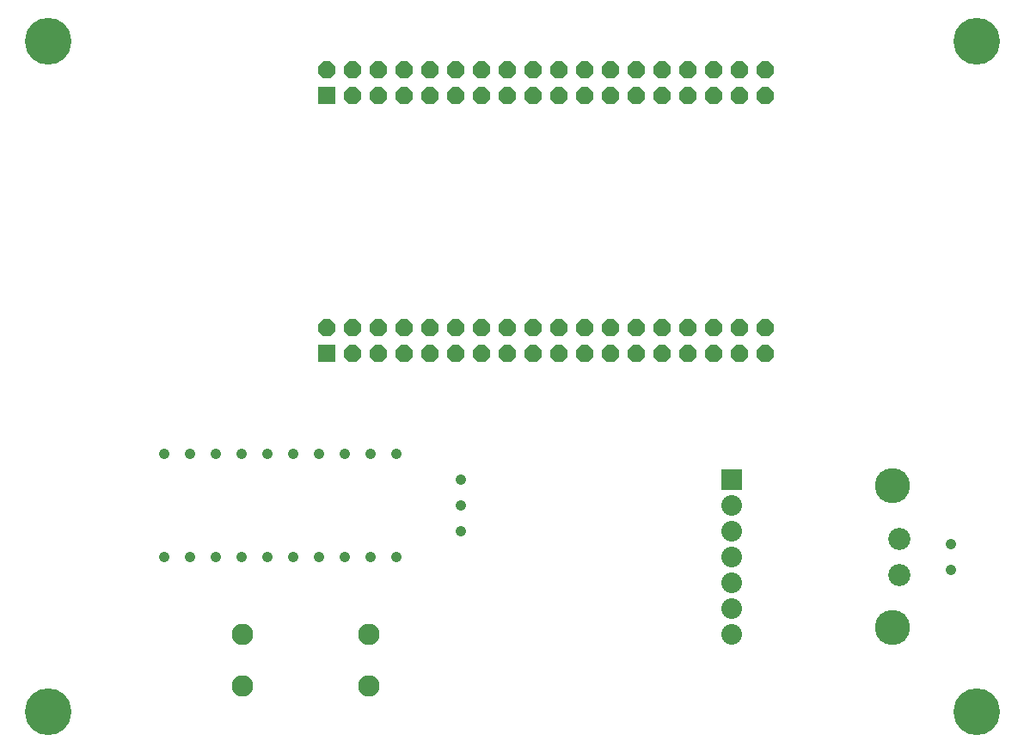
<source format=gbr>
G04 EAGLE Gerber RS-274X export*
G75*
%MOMM*%
%FSLAX34Y34*%
%LPD*%
%INSoldermask Bottom*%
%IPPOS*%
%AMOC8*
5,1,8,0,0,1.08239X$1,22.5*%
G01*
%ADD10C,1.057200*%
%ADD11C,3.454400*%
%ADD12R,2.032000X2.032000*%
%ADD13C,2.184400*%
%ADD14C,2.032000*%
%ADD15R,1.676400X1.676400*%
%ADD16P,1.814519X8X22.500000*%
%ADD17C,2.112400*%
%ADD18C,4.597400*%


D10*
X165100Y203200D03*
X190500Y203200D03*
X215900Y203200D03*
X241300Y203200D03*
X266700Y203200D03*
X292100Y203200D03*
X317500Y203200D03*
X342900Y203200D03*
X368300Y203200D03*
X393700Y203200D03*
X165100Y304800D03*
X190500Y304800D03*
X215900Y304800D03*
X241300Y304800D03*
X266700Y304800D03*
X292100Y304800D03*
X317500Y304800D03*
X342900Y304800D03*
X368300Y304800D03*
X393700Y304800D03*
X457200Y279400D03*
X457200Y254000D03*
X457200Y228600D03*
D11*
X882650Y273050D03*
X882650Y133350D03*
D12*
X723900Y279400D03*
D13*
X889000Y220700D03*
X889000Y185700D03*
D14*
X723900Y254000D03*
X723900Y228600D03*
X723900Y203200D03*
X723900Y177800D03*
X723900Y152400D03*
X723900Y127000D03*
D10*
X939800Y190500D03*
X939800Y215900D03*
D15*
X325800Y403600D03*
D16*
X325800Y429000D03*
X351200Y403600D03*
X351200Y429000D03*
X376600Y403600D03*
X376600Y429000D03*
X402000Y403600D03*
X402000Y429000D03*
X427400Y403600D03*
X427400Y429000D03*
X452800Y403600D03*
X452800Y429000D03*
X478200Y403600D03*
X478200Y429000D03*
X503600Y403600D03*
X503600Y429000D03*
X529000Y403600D03*
X529000Y429000D03*
X554400Y403600D03*
X554400Y429000D03*
X579800Y403600D03*
X579800Y429000D03*
X605200Y403600D03*
X605200Y429000D03*
X630600Y403600D03*
X630600Y429000D03*
X656000Y403600D03*
X656000Y429000D03*
X681400Y403600D03*
X681400Y429000D03*
X706800Y403600D03*
X706800Y429000D03*
X732200Y403600D03*
X732200Y429000D03*
X757600Y403600D03*
X757600Y429000D03*
D15*
X325800Y657600D03*
D16*
X325800Y683000D03*
X351200Y657600D03*
X351200Y683000D03*
X376600Y657600D03*
X376600Y683000D03*
X402000Y657600D03*
X402000Y683000D03*
X427400Y657600D03*
X427400Y683000D03*
X452800Y657600D03*
X452800Y683000D03*
X478200Y657600D03*
X478200Y683000D03*
X503600Y657600D03*
X503600Y683000D03*
X529000Y657600D03*
X529000Y683000D03*
X554400Y657600D03*
X554400Y683000D03*
X579800Y657600D03*
X579800Y683000D03*
X605200Y657600D03*
X605200Y683000D03*
X630600Y657600D03*
X630600Y683000D03*
X656000Y657600D03*
X656000Y683000D03*
X681400Y657600D03*
X681400Y683000D03*
X706800Y657600D03*
X706800Y683000D03*
X732200Y657600D03*
X732200Y683000D03*
X757600Y657600D03*
X757600Y683000D03*
D17*
X367300Y126600D03*
X367300Y76600D03*
X242300Y76600D03*
X242300Y126600D03*
D18*
X965200Y50800D03*
X965200Y711200D03*
X50800Y711200D03*
X50800Y50800D03*
M02*

</source>
